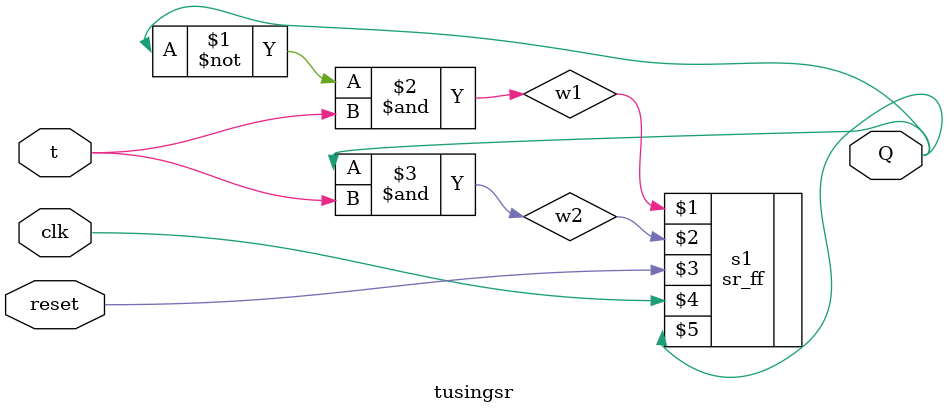
<source format=v>
`timescale 1ns / 1ps


module tusingsr(
    input t,
    input clk,reset,
    output Q
    );
    wire w1,w2;
    and a1(w1,~Q,t);
    and a2(w2,Q,t);
    sr_ff s1(w1,w2,reset,clk,Q);
endmodule

</source>
